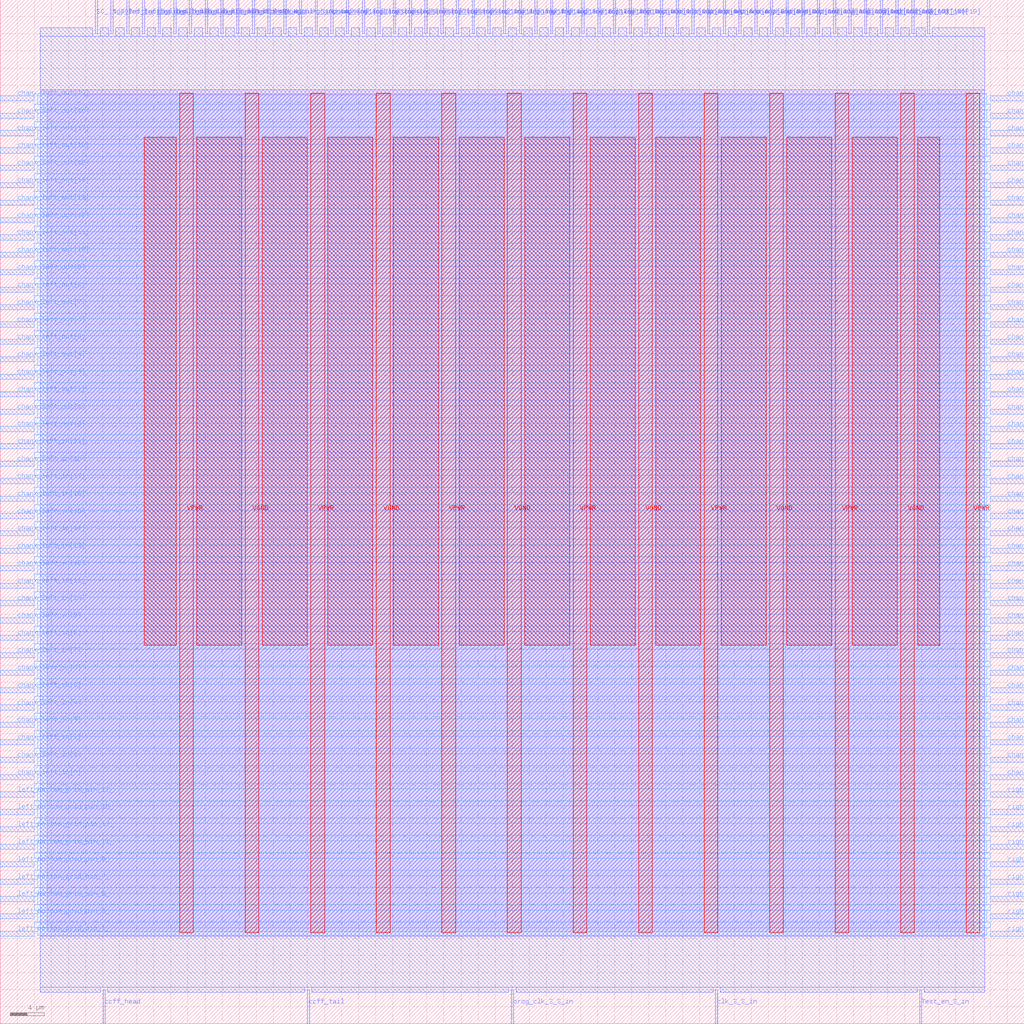
<source format=lef>
VERSION 5.7 ;
  NOWIREEXTENSIONATPIN ON ;
  DIVIDERCHAR "/" ;
  BUSBITCHARS "[]" ;
MACRO sb_1__0_
  CLASS BLOCK ;
  FOREIGN sb_1__0_ ;
  ORIGIN 0.000 0.000 ;
  SIZE 120.000 BY 120.000 ;
  PIN SC_IN_TOP
    DIRECTION INPUT ;
    USE SIGNAL ;
    PORT
      LAYER met2 ;
        RECT 11.130 116.000 11.410 120.000 ;
    END
  END SC_IN_TOP
  PIN SC_OUT_TOP
    DIRECTION OUTPUT TRISTATE ;
    USE SIGNAL ;
    PORT
      LAYER met2 ;
        RECT 108.650 116.000 108.930 120.000 ;
    END
  END SC_OUT_TOP
  PIN Test_en_N_out
    DIRECTION OUTPUT TRISTATE ;
    USE SIGNAL ;
    PORT
      LAYER met2 ;
        RECT 29.530 116.000 29.810 120.000 ;
    END
  END Test_en_N_out
  PIN Test_en_S_in
    DIRECTION INPUT ;
    USE SIGNAL ;
    PORT
      LAYER met2 ;
        RECT 107.730 0.000 108.010 4.000 ;
    END
  END Test_en_S_in
  PIN VGND
    DIRECTION INOUT ;
    USE GROUND ;
    PORT
      LAYER met4 ;
        RECT 28.720 10.640 30.320 109.040 ;
    END
    PORT
      LAYER met4 ;
        RECT 44.080 10.640 45.680 109.040 ;
    END
    PORT
      LAYER met4 ;
        RECT 59.440 10.640 61.040 109.040 ;
    END
    PORT
      LAYER met4 ;
        RECT 74.800 10.640 76.400 109.040 ;
    END
    PORT
      LAYER met4 ;
        RECT 90.160 10.640 91.760 109.040 ;
    END
    PORT
      LAYER met4 ;
        RECT 105.520 10.640 107.120 109.040 ;
    END
  END VGND
  PIN VPWR
    DIRECTION INOUT ;
    USE POWER ;
    PORT
      LAYER met4 ;
        RECT 21.040 10.640 22.640 109.040 ;
    END
    PORT
      LAYER met4 ;
        RECT 36.400 10.640 38.000 109.040 ;
    END
    PORT
      LAYER met4 ;
        RECT 51.760 10.640 53.360 109.040 ;
    END
    PORT
      LAYER met4 ;
        RECT 67.120 10.640 68.720 109.040 ;
    END
    PORT
      LAYER met4 ;
        RECT 82.480 10.640 84.080 109.040 ;
    END
    PORT
      LAYER met4 ;
        RECT 97.840 10.640 99.440 109.040 ;
    END
    PORT
      LAYER met4 ;
        RECT 113.200 10.640 114.800 109.040 ;
    END
  END VPWR
  PIN ccff_head
    DIRECTION INPUT ;
    USE SIGNAL ;
    PORT
      LAYER met2 ;
        RECT 12.050 0.000 12.330 4.000 ;
    END
  END ccff_head
  PIN ccff_tail
    DIRECTION OUTPUT TRISTATE ;
    USE SIGNAL ;
    PORT
      LAYER met2 ;
        RECT 35.970 0.000 36.250 4.000 ;
    END
  END ccff_tail
  PIN chanx_left_in[0]
    DIRECTION INPUT ;
    USE SIGNAL ;
    PORT
      LAYER met3 ;
        RECT 0.000 28.600 4.000 29.200 ;
    END
  END chanx_left_in[0]
  PIN chanx_left_in[10]
    DIRECTION INPUT ;
    USE SIGNAL ;
    PORT
      LAYER met3 ;
        RECT 0.000 49.000 4.000 49.600 ;
    END
  END chanx_left_in[10]
  PIN chanx_left_in[11]
    DIRECTION INPUT ;
    USE SIGNAL ;
    PORT
      LAYER met3 ;
        RECT 0.000 51.040 4.000 51.640 ;
    END
  END chanx_left_in[11]
  PIN chanx_left_in[12]
    DIRECTION INPUT ;
    USE SIGNAL ;
    PORT
      LAYER met3 ;
        RECT 0.000 53.080 4.000 53.680 ;
    END
  END chanx_left_in[12]
  PIN chanx_left_in[13]
    DIRECTION INPUT ;
    USE SIGNAL ;
    PORT
      LAYER met3 ;
        RECT 0.000 55.120 4.000 55.720 ;
    END
  END chanx_left_in[13]
  PIN chanx_left_in[14]
    DIRECTION INPUT ;
    USE SIGNAL ;
    PORT
      LAYER met3 ;
        RECT 0.000 57.160 4.000 57.760 ;
    END
  END chanx_left_in[14]
  PIN chanx_left_in[15]
    DIRECTION INPUT ;
    USE SIGNAL ;
    PORT
      LAYER met3 ;
        RECT 0.000 59.200 4.000 59.800 ;
    END
  END chanx_left_in[15]
  PIN chanx_left_in[16]
    DIRECTION INPUT ;
    USE SIGNAL ;
    PORT
      LAYER met3 ;
        RECT 0.000 61.240 4.000 61.840 ;
    END
  END chanx_left_in[16]
  PIN chanx_left_in[17]
    DIRECTION INPUT ;
    USE SIGNAL ;
    PORT
      LAYER met3 ;
        RECT 0.000 63.280 4.000 63.880 ;
    END
  END chanx_left_in[17]
  PIN chanx_left_in[18]
    DIRECTION INPUT ;
    USE SIGNAL ;
    PORT
      LAYER met3 ;
        RECT 0.000 65.320 4.000 65.920 ;
    END
  END chanx_left_in[18]
  PIN chanx_left_in[19]
    DIRECTION INPUT ;
    USE SIGNAL ;
    PORT
      LAYER met3 ;
        RECT 0.000 67.360 4.000 67.960 ;
    END
  END chanx_left_in[19]
  PIN chanx_left_in[1]
    DIRECTION INPUT ;
    USE SIGNAL ;
    PORT
      LAYER met3 ;
        RECT 0.000 30.640 4.000 31.240 ;
    END
  END chanx_left_in[1]
  PIN chanx_left_in[2]
    DIRECTION INPUT ;
    USE SIGNAL ;
    PORT
      LAYER met3 ;
        RECT 0.000 32.680 4.000 33.280 ;
    END
  END chanx_left_in[2]
  PIN chanx_left_in[3]
    DIRECTION INPUT ;
    USE SIGNAL ;
    PORT
      LAYER met3 ;
        RECT 0.000 34.720 4.000 35.320 ;
    END
  END chanx_left_in[3]
  PIN chanx_left_in[4]
    DIRECTION INPUT ;
    USE SIGNAL ;
    PORT
      LAYER met3 ;
        RECT 0.000 36.760 4.000 37.360 ;
    END
  END chanx_left_in[4]
  PIN chanx_left_in[5]
    DIRECTION INPUT ;
    USE SIGNAL ;
    PORT
      LAYER met3 ;
        RECT 0.000 38.800 4.000 39.400 ;
    END
  END chanx_left_in[5]
  PIN chanx_left_in[6]
    DIRECTION INPUT ;
    USE SIGNAL ;
    PORT
      LAYER met3 ;
        RECT 0.000 40.840 4.000 41.440 ;
    END
  END chanx_left_in[6]
  PIN chanx_left_in[7]
    DIRECTION INPUT ;
    USE SIGNAL ;
    PORT
      LAYER met3 ;
        RECT 0.000 42.880 4.000 43.480 ;
    END
  END chanx_left_in[7]
  PIN chanx_left_in[8]
    DIRECTION INPUT ;
    USE SIGNAL ;
    PORT
      LAYER met3 ;
        RECT 0.000 44.920 4.000 45.520 ;
    END
  END chanx_left_in[8]
  PIN chanx_left_in[9]
    DIRECTION INPUT ;
    USE SIGNAL ;
    PORT
      LAYER met3 ;
        RECT 0.000 46.960 4.000 47.560 ;
    END
  END chanx_left_in[9]
  PIN chanx_left_out[0]
    DIRECTION OUTPUT TRISTATE ;
    USE SIGNAL ;
    PORT
      LAYER met3 ;
        RECT 0.000 69.400 4.000 70.000 ;
    END
  END chanx_left_out[0]
  PIN chanx_left_out[10]
    DIRECTION OUTPUT TRISTATE ;
    USE SIGNAL ;
    PORT
      LAYER met3 ;
        RECT 0.000 89.800 4.000 90.400 ;
    END
  END chanx_left_out[10]
  PIN chanx_left_out[11]
    DIRECTION OUTPUT TRISTATE ;
    USE SIGNAL ;
    PORT
      LAYER met3 ;
        RECT 0.000 91.840 4.000 92.440 ;
    END
  END chanx_left_out[11]
  PIN chanx_left_out[12]
    DIRECTION OUTPUT TRISTATE ;
    USE SIGNAL ;
    PORT
      LAYER met3 ;
        RECT 0.000 93.880 4.000 94.480 ;
    END
  END chanx_left_out[12]
  PIN chanx_left_out[13]
    DIRECTION OUTPUT TRISTATE ;
    USE SIGNAL ;
    PORT
      LAYER met3 ;
        RECT 0.000 95.920 4.000 96.520 ;
    END
  END chanx_left_out[13]
  PIN chanx_left_out[14]
    DIRECTION OUTPUT TRISTATE ;
    USE SIGNAL ;
    PORT
      LAYER met3 ;
        RECT 0.000 97.960 4.000 98.560 ;
    END
  END chanx_left_out[14]
  PIN chanx_left_out[15]
    DIRECTION OUTPUT TRISTATE ;
    USE SIGNAL ;
    PORT
      LAYER met3 ;
        RECT 0.000 100.000 4.000 100.600 ;
    END
  END chanx_left_out[15]
  PIN chanx_left_out[16]
    DIRECTION OUTPUT TRISTATE ;
    USE SIGNAL ;
    PORT
      LAYER met3 ;
        RECT 0.000 102.040 4.000 102.640 ;
    END
  END chanx_left_out[16]
  PIN chanx_left_out[17]
    DIRECTION OUTPUT TRISTATE ;
    USE SIGNAL ;
    PORT
      LAYER met3 ;
        RECT 0.000 104.080 4.000 104.680 ;
    END
  END chanx_left_out[17]
  PIN chanx_left_out[18]
    DIRECTION OUTPUT TRISTATE ;
    USE SIGNAL ;
    PORT
      LAYER met3 ;
        RECT 0.000 106.120 4.000 106.720 ;
    END
  END chanx_left_out[18]
  PIN chanx_left_out[19]
    DIRECTION OUTPUT TRISTATE ;
    USE SIGNAL ;
    PORT
      LAYER met3 ;
        RECT 0.000 108.160 4.000 108.760 ;
    END
  END chanx_left_out[19]
  PIN chanx_left_out[1]
    DIRECTION OUTPUT TRISTATE ;
    USE SIGNAL ;
    PORT
      LAYER met3 ;
        RECT 0.000 71.440 4.000 72.040 ;
    END
  END chanx_left_out[1]
  PIN chanx_left_out[2]
    DIRECTION OUTPUT TRISTATE ;
    USE SIGNAL ;
    PORT
      LAYER met3 ;
        RECT 0.000 73.480 4.000 74.080 ;
    END
  END chanx_left_out[2]
  PIN chanx_left_out[3]
    DIRECTION OUTPUT TRISTATE ;
    USE SIGNAL ;
    PORT
      LAYER met3 ;
        RECT 0.000 75.520 4.000 76.120 ;
    END
  END chanx_left_out[3]
  PIN chanx_left_out[4]
    DIRECTION OUTPUT TRISTATE ;
    USE SIGNAL ;
    PORT
      LAYER met3 ;
        RECT 0.000 77.560 4.000 78.160 ;
    END
  END chanx_left_out[4]
  PIN chanx_left_out[5]
    DIRECTION OUTPUT TRISTATE ;
    USE SIGNAL ;
    PORT
      LAYER met3 ;
        RECT 0.000 79.600 4.000 80.200 ;
    END
  END chanx_left_out[5]
  PIN chanx_left_out[6]
    DIRECTION OUTPUT TRISTATE ;
    USE SIGNAL ;
    PORT
      LAYER met3 ;
        RECT 0.000 81.640 4.000 82.240 ;
    END
  END chanx_left_out[6]
  PIN chanx_left_out[7]
    DIRECTION OUTPUT TRISTATE ;
    USE SIGNAL ;
    PORT
      LAYER met3 ;
        RECT 0.000 83.680 4.000 84.280 ;
    END
  END chanx_left_out[7]
  PIN chanx_left_out[8]
    DIRECTION OUTPUT TRISTATE ;
    USE SIGNAL ;
    PORT
      LAYER met3 ;
        RECT 0.000 85.720 4.000 86.320 ;
    END
  END chanx_left_out[8]
  PIN chanx_left_out[9]
    DIRECTION OUTPUT TRISTATE ;
    USE SIGNAL ;
    PORT
      LAYER met3 ;
        RECT 0.000 87.760 4.000 88.360 ;
    END
  END chanx_left_out[9]
  PIN chanx_right_in[0]
    DIRECTION INPUT ;
    USE SIGNAL ;
    PORT
      LAYER met3 ;
        RECT 116.000 28.600 120.000 29.200 ;
    END
  END chanx_right_in[0]
  PIN chanx_right_in[10]
    DIRECTION INPUT ;
    USE SIGNAL ;
    PORT
      LAYER met3 ;
        RECT 116.000 49.000 120.000 49.600 ;
    END
  END chanx_right_in[10]
  PIN chanx_right_in[11]
    DIRECTION INPUT ;
    USE SIGNAL ;
    PORT
      LAYER met3 ;
        RECT 116.000 51.040 120.000 51.640 ;
    END
  END chanx_right_in[11]
  PIN chanx_right_in[12]
    DIRECTION INPUT ;
    USE SIGNAL ;
    PORT
      LAYER met3 ;
        RECT 116.000 53.080 120.000 53.680 ;
    END
  END chanx_right_in[12]
  PIN chanx_right_in[13]
    DIRECTION INPUT ;
    USE SIGNAL ;
    PORT
      LAYER met3 ;
        RECT 116.000 55.120 120.000 55.720 ;
    END
  END chanx_right_in[13]
  PIN chanx_right_in[14]
    DIRECTION INPUT ;
    USE SIGNAL ;
    PORT
      LAYER met3 ;
        RECT 116.000 57.160 120.000 57.760 ;
    END
  END chanx_right_in[14]
  PIN chanx_right_in[15]
    DIRECTION INPUT ;
    USE SIGNAL ;
    PORT
      LAYER met3 ;
        RECT 116.000 59.200 120.000 59.800 ;
    END
  END chanx_right_in[15]
  PIN chanx_right_in[16]
    DIRECTION INPUT ;
    USE SIGNAL ;
    PORT
      LAYER met3 ;
        RECT 116.000 61.240 120.000 61.840 ;
    END
  END chanx_right_in[16]
  PIN chanx_right_in[17]
    DIRECTION INPUT ;
    USE SIGNAL ;
    PORT
      LAYER met3 ;
        RECT 116.000 63.280 120.000 63.880 ;
    END
  END chanx_right_in[17]
  PIN chanx_right_in[18]
    DIRECTION INPUT ;
    USE SIGNAL ;
    PORT
      LAYER met3 ;
        RECT 116.000 65.320 120.000 65.920 ;
    END
  END chanx_right_in[18]
  PIN chanx_right_in[19]
    DIRECTION INPUT ;
    USE SIGNAL ;
    PORT
      LAYER met3 ;
        RECT 116.000 67.360 120.000 67.960 ;
    END
  END chanx_right_in[19]
  PIN chanx_right_in[1]
    DIRECTION INPUT ;
    USE SIGNAL ;
    PORT
      LAYER met3 ;
        RECT 116.000 30.640 120.000 31.240 ;
    END
  END chanx_right_in[1]
  PIN chanx_right_in[2]
    DIRECTION INPUT ;
    USE SIGNAL ;
    PORT
      LAYER met3 ;
        RECT 116.000 32.680 120.000 33.280 ;
    END
  END chanx_right_in[2]
  PIN chanx_right_in[3]
    DIRECTION INPUT ;
    USE SIGNAL ;
    PORT
      LAYER met3 ;
        RECT 116.000 34.720 120.000 35.320 ;
    END
  END chanx_right_in[3]
  PIN chanx_right_in[4]
    DIRECTION INPUT ;
    USE SIGNAL ;
    PORT
      LAYER met3 ;
        RECT 116.000 36.760 120.000 37.360 ;
    END
  END chanx_right_in[4]
  PIN chanx_right_in[5]
    DIRECTION INPUT ;
    USE SIGNAL ;
    PORT
      LAYER met3 ;
        RECT 116.000 38.800 120.000 39.400 ;
    END
  END chanx_right_in[5]
  PIN chanx_right_in[6]
    DIRECTION INPUT ;
    USE SIGNAL ;
    PORT
      LAYER met3 ;
        RECT 116.000 40.840 120.000 41.440 ;
    END
  END chanx_right_in[6]
  PIN chanx_right_in[7]
    DIRECTION INPUT ;
    USE SIGNAL ;
    PORT
      LAYER met3 ;
        RECT 116.000 42.880 120.000 43.480 ;
    END
  END chanx_right_in[7]
  PIN chanx_right_in[8]
    DIRECTION INPUT ;
    USE SIGNAL ;
    PORT
      LAYER met3 ;
        RECT 116.000 44.920 120.000 45.520 ;
    END
  END chanx_right_in[8]
  PIN chanx_right_in[9]
    DIRECTION INPUT ;
    USE SIGNAL ;
    PORT
      LAYER met3 ;
        RECT 116.000 46.960 120.000 47.560 ;
    END
  END chanx_right_in[9]
  PIN chanx_right_out[0]
    DIRECTION OUTPUT TRISTATE ;
    USE SIGNAL ;
    PORT
      LAYER met3 ;
        RECT 116.000 69.400 120.000 70.000 ;
    END
  END chanx_right_out[0]
  PIN chanx_right_out[10]
    DIRECTION OUTPUT TRISTATE ;
    USE SIGNAL ;
    PORT
      LAYER met3 ;
        RECT 116.000 89.800 120.000 90.400 ;
    END
  END chanx_right_out[10]
  PIN chanx_right_out[11]
    DIRECTION OUTPUT TRISTATE ;
    USE SIGNAL ;
    PORT
      LAYER met3 ;
        RECT 116.000 91.840 120.000 92.440 ;
    END
  END chanx_right_out[11]
  PIN chanx_right_out[12]
    DIRECTION OUTPUT TRISTATE ;
    USE SIGNAL ;
    PORT
      LAYER met3 ;
        RECT 116.000 93.880 120.000 94.480 ;
    END
  END chanx_right_out[12]
  PIN chanx_right_out[13]
    DIRECTION OUTPUT TRISTATE ;
    USE SIGNAL ;
    PORT
      LAYER met3 ;
        RECT 116.000 95.920 120.000 96.520 ;
    END
  END chanx_right_out[13]
  PIN chanx_right_out[14]
    DIRECTION OUTPUT TRISTATE ;
    USE SIGNAL ;
    PORT
      LAYER met3 ;
        RECT 116.000 97.960 120.000 98.560 ;
    END
  END chanx_right_out[14]
  PIN chanx_right_out[15]
    DIRECTION OUTPUT TRISTATE ;
    USE SIGNAL ;
    PORT
      LAYER met3 ;
        RECT 116.000 100.000 120.000 100.600 ;
    END
  END chanx_right_out[15]
  PIN chanx_right_out[16]
    DIRECTION OUTPUT TRISTATE ;
    USE SIGNAL ;
    PORT
      LAYER met3 ;
        RECT 116.000 102.040 120.000 102.640 ;
    END
  END chanx_right_out[16]
  PIN chanx_right_out[17]
    DIRECTION OUTPUT TRISTATE ;
    USE SIGNAL ;
    PORT
      LAYER met3 ;
        RECT 116.000 104.080 120.000 104.680 ;
    END
  END chanx_right_out[17]
  PIN chanx_right_out[18]
    DIRECTION OUTPUT TRISTATE ;
    USE SIGNAL ;
    PORT
      LAYER met3 ;
        RECT 116.000 106.120 120.000 106.720 ;
    END
  END chanx_right_out[18]
  PIN chanx_right_out[19]
    DIRECTION OUTPUT TRISTATE ;
    USE SIGNAL ;
    PORT
      LAYER met3 ;
        RECT 116.000 108.160 120.000 108.760 ;
    END
  END chanx_right_out[19]
  PIN chanx_right_out[1]
    DIRECTION OUTPUT TRISTATE ;
    USE SIGNAL ;
    PORT
      LAYER met3 ;
        RECT 116.000 71.440 120.000 72.040 ;
    END
  END chanx_right_out[1]
  PIN chanx_right_out[2]
    DIRECTION OUTPUT TRISTATE ;
    USE SIGNAL ;
    PORT
      LAYER met3 ;
        RECT 116.000 73.480 120.000 74.080 ;
    END
  END chanx_right_out[2]
  PIN chanx_right_out[3]
    DIRECTION OUTPUT TRISTATE ;
    USE SIGNAL ;
    PORT
      LAYER met3 ;
        RECT 116.000 75.520 120.000 76.120 ;
    END
  END chanx_right_out[3]
  PIN chanx_right_out[4]
    DIRECTION OUTPUT TRISTATE ;
    USE SIGNAL ;
    PORT
      LAYER met3 ;
        RECT 116.000 77.560 120.000 78.160 ;
    END
  END chanx_right_out[4]
  PIN chanx_right_out[5]
    DIRECTION OUTPUT TRISTATE ;
    USE SIGNAL ;
    PORT
      LAYER met3 ;
        RECT 116.000 79.600 120.000 80.200 ;
    END
  END chanx_right_out[5]
  PIN chanx_right_out[6]
    DIRECTION OUTPUT TRISTATE ;
    USE SIGNAL ;
    PORT
      LAYER met3 ;
        RECT 116.000 81.640 120.000 82.240 ;
    END
  END chanx_right_out[6]
  PIN chanx_right_out[7]
    DIRECTION OUTPUT TRISTATE ;
    USE SIGNAL ;
    PORT
      LAYER met3 ;
        RECT 116.000 83.680 120.000 84.280 ;
    END
  END chanx_right_out[7]
  PIN chanx_right_out[8]
    DIRECTION OUTPUT TRISTATE ;
    USE SIGNAL ;
    PORT
      LAYER met3 ;
        RECT 116.000 85.720 120.000 86.320 ;
    END
  END chanx_right_out[8]
  PIN chanx_right_out[9]
    DIRECTION OUTPUT TRISTATE ;
    USE SIGNAL ;
    PORT
      LAYER met3 ;
        RECT 116.000 87.760 120.000 88.360 ;
    END
  END chanx_right_out[9]
  PIN chany_top_in[0]
    DIRECTION INPUT ;
    USE SIGNAL ;
    PORT
      LAYER met2 ;
        RECT 35.050 116.000 35.330 120.000 ;
    END
  END chany_top_in[0]
  PIN chany_top_in[10]
    DIRECTION INPUT ;
    USE SIGNAL ;
    PORT
      LAYER met2 ;
        RECT 53.450 116.000 53.730 120.000 ;
    END
  END chany_top_in[10]
  PIN chany_top_in[11]
    DIRECTION INPUT ;
    USE SIGNAL ;
    PORT
      LAYER met2 ;
        RECT 55.290 116.000 55.570 120.000 ;
    END
  END chany_top_in[11]
  PIN chany_top_in[12]
    DIRECTION INPUT ;
    USE SIGNAL ;
    PORT
      LAYER met2 ;
        RECT 57.130 116.000 57.410 120.000 ;
    END
  END chany_top_in[12]
  PIN chany_top_in[13]
    DIRECTION INPUT ;
    USE SIGNAL ;
    PORT
      LAYER met2 ;
        RECT 58.970 116.000 59.250 120.000 ;
    END
  END chany_top_in[13]
  PIN chany_top_in[14]
    DIRECTION INPUT ;
    USE SIGNAL ;
    PORT
      LAYER met2 ;
        RECT 60.810 116.000 61.090 120.000 ;
    END
  END chany_top_in[14]
  PIN chany_top_in[15]
    DIRECTION INPUT ;
    USE SIGNAL ;
    PORT
      LAYER met2 ;
        RECT 62.650 116.000 62.930 120.000 ;
    END
  END chany_top_in[15]
  PIN chany_top_in[16]
    DIRECTION INPUT ;
    USE SIGNAL ;
    PORT
      LAYER met2 ;
        RECT 64.490 116.000 64.770 120.000 ;
    END
  END chany_top_in[16]
  PIN chany_top_in[17]
    DIRECTION INPUT ;
    USE SIGNAL ;
    PORT
      LAYER met2 ;
        RECT 66.330 116.000 66.610 120.000 ;
    END
  END chany_top_in[17]
  PIN chany_top_in[18]
    DIRECTION INPUT ;
    USE SIGNAL ;
    PORT
      LAYER met2 ;
        RECT 68.170 116.000 68.450 120.000 ;
    END
  END chany_top_in[18]
  PIN chany_top_in[19]
    DIRECTION INPUT ;
    USE SIGNAL ;
    PORT
      LAYER met2 ;
        RECT 70.010 116.000 70.290 120.000 ;
    END
  END chany_top_in[19]
  PIN chany_top_in[1]
    DIRECTION INPUT ;
    USE SIGNAL ;
    PORT
      LAYER met2 ;
        RECT 36.890 116.000 37.170 120.000 ;
    END
  END chany_top_in[1]
  PIN chany_top_in[2]
    DIRECTION INPUT ;
    USE SIGNAL ;
    PORT
      LAYER met2 ;
        RECT 38.730 116.000 39.010 120.000 ;
    END
  END chany_top_in[2]
  PIN chany_top_in[3]
    DIRECTION INPUT ;
    USE SIGNAL ;
    PORT
      LAYER met2 ;
        RECT 40.570 116.000 40.850 120.000 ;
    END
  END chany_top_in[3]
  PIN chany_top_in[4]
    DIRECTION INPUT ;
    USE SIGNAL ;
    PORT
      LAYER met2 ;
        RECT 42.410 116.000 42.690 120.000 ;
    END
  END chany_top_in[4]
  PIN chany_top_in[5]
    DIRECTION INPUT ;
    USE SIGNAL ;
    PORT
      LAYER met2 ;
        RECT 44.250 116.000 44.530 120.000 ;
    END
  END chany_top_in[5]
  PIN chany_top_in[6]
    DIRECTION INPUT ;
    USE SIGNAL ;
    PORT
      LAYER met2 ;
        RECT 46.090 116.000 46.370 120.000 ;
    END
  END chany_top_in[6]
  PIN chany_top_in[7]
    DIRECTION INPUT ;
    USE SIGNAL ;
    PORT
      LAYER met2 ;
        RECT 47.930 116.000 48.210 120.000 ;
    END
  END chany_top_in[7]
  PIN chany_top_in[8]
    DIRECTION INPUT ;
    USE SIGNAL ;
    PORT
      LAYER met2 ;
        RECT 49.770 116.000 50.050 120.000 ;
    END
  END chany_top_in[8]
  PIN chany_top_in[9]
    DIRECTION INPUT ;
    USE SIGNAL ;
    PORT
      LAYER met2 ;
        RECT 51.610 116.000 51.890 120.000 ;
    END
  END chany_top_in[9]
  PIN chany_top_out[0]
    DIRECTION OUTPUT TRISTATE ;
    USE SIGNAL ;
    PORT
      LAYER met2 ;
        RECT 71.850 116.000 72.130 120.000 ;
    END
  END chany_top_out[0]
  PIN chany_top_out[10]
    DIRECTION OUTPUT TRISTATE ;
    USE SIGNAL ;
    PORT
      LAYER met2 ;
        RECT 90.250 116.000 90.530 120.000 ;
    END
  END chany_top_out[10]
  PIN chany_top_out[11]
    DIRECTION OUTPUT TRISTATE ;
    USE SIGNAL ;
    PORT
      LAYER met2 ;
        RECT 92.090 116.000 92.370 120.000 ;
    END
  END chany_top_out[11]
  PIN chany_top_out[12]
    DIRECTION OUTPUT TRISTATE ;
    USE SIGNAL ;
    PORT
      LAYER met2 ;
        RECT 93.930 116.000 94.210 120.000 ;
    END
  END chany_top_out[12]
  PIN chany_top_out[13]
    DIRECTION OUTPUT TRISTATE ;
    USE SIGNAL ;
    PORT
      LAYER met2 ;
        RECT 95.770 116.000 96.050 120.000 ;
    END
  END chany_top_out[13]
  PIN chany_top_out[14]
    DIRECTION OUTPUT TRISTATE ;
    USE SIGNAL ;
    PORT
      LAYER met2 ;
        RECT 97.610 116.000 97.890 120.000 ;
    END
  END chany_top_out[14]
  PIN chany_top_out[15]
    DIRECTION OUTPUT TRISTATE ;
    USE SIGNAL ;
    PORT
      LAYER met2 ;
        RECT 99.450 116.000 99.730 120.000 ;
    END
  END chany_top_out[15]
  PIN chany_top_out[16]
    DIRECTION OUTPUT TRISTATE ;
    USE SIGNAL ;
    PORT
      LAYER met2 ;
        RECT 101.290 116.000 101.570 120.000 ;
    END
  END chany_top_out[16]
  PIN chany_top_out[17]
    DIRECTION OUTPUT TRISTATE ;
    USE SIGNAL ;
    PORT
      LAYER met2 ;
        RECT 103.130 116.000 103.410 120.000 ;
    END
  END chany_top_out[17]
  PIN chany_top_out[18]
    DIRECTION OUTPUT TRISTATE ;
    USE SIGNAL ;
    PORT
      LAYER met2 ;
        RECT 104.970 116.000 105.250 120.000 ;
    END
  END chany_top_out[18]
  PIN chany_top_out[19]
    DIRECTION OUTPUT TRISTATE ;
    USE SIGNAL ;
    PORT
      LAYER met2 ;
        RECT 106.810 116.000 107.090 120.000 ;
    END
  END chany_top_out[19]
  PIN chany_top_out[1]
    DIRECTION OUTPUT TRISTATE ;
    USE SIGNAL ;
    PORT
      LAYER met2 ;
        RECT 73.690 116.000 73.970 120.000 ;
    END
  END chany_top_out[1]
  PIN chany_top_out[2]
    DIRECTION OUTPUT TRISTATE ;
    USE SIGNAL ;
    PORT
      LAYER met2 ;
        RECT 75.530 116.000 75.810 120.000 ;
    END
  END chany_top_out[2]
  PIN chany_top_out[3]
    DIRECTION OUTPUT TRISTATE ;
    USE SIGNAL ;
    PORT
      LAYER met2 ;
        RECT 77.370 116.000 77.650 120.000 ;
    END
  END chany_top_out[3]
  PIN chany_top_out[4]
    DIRECTION OUTPUT TRISTATE ;
    USE SIGNAL ;
    PORT
      LAYER met2 ;
        RECT 79.210 116.000 79.490 120.000 ;
    END
  END chany_top_out[4]
  PIN chany_top_out[5]
    DIRECTION OUTPUT TRISTATE ;
    USE SIGNAL ;
    PORT
      LAYER met2 ;
        RECT 81.050 116.000 81.330 120.000 ;
    END
  END chany_top_out[5]
  PIN chany_top_out[6]
    DIRECTION OUTPUT TRISTATE ;
    USE SIGNAL ;
    PORT
      LAYER met2 ;
        RECT 82.890 116.000 83.170 120.000 ;
    END
  END chany_top_out[6]
  PIN chany_top_out[7]
    DIRECTION OUTPUT TRISTATE ;
    USE SIGNAL ;
    PORT
      LAYER met2 ;
        RECT 84.730 116.000 85.010 120.000 ;
    END
  END chany_top_out[7]
  PIN chany_top_out[8]
    DIRECTION OUTPUT TRISTATE ;
    USE SIGNAL ;
    PORT
      LAYER met2 ;
        RECT 86.570 116.000 86.850 120.000 ;
    END
  END chany_top_out[8]
  PIN chany_top_out[9]
    DIRECTION OUTPUT TRISTATE ;
    USE SIGNAL ;
    PORT
      LAYER met2 ;
        RECT 88.410 116.000 88.690 120.000 ;
    END
  END chany_top_out[9]
  PIN clk_3_N_out
    DIRECTION OUTPUT TRISTATE ;
    USE SIGNAL ;
    PORT
      LAYER met2 ;
        RECT 31.370 116.000 31.650 120.000 ;
    END
  END clk_3_N_out
  PIN clk_3_S_in
    DIRECTION INPUT ;
    USE SIGNAL ;
    PORT
      LAYER met2 ;
        RECT 83.810 0.000 84.090 4.000 ;
    END
  END clk_3_S_in
  PIN left_bottom_grid_pin_11_
    DIRECTION INPUT ;
    USE SIGNAL ;
    PORT
      LAYER met3 ;
        RECT 0.000 20.440 4.000 21.040 ;
    END
  END left_bottom_grid_pin_11_
  PIN left_bottom_grid_pin_13_
    DIRECTION INPUT ;
    USE SIGNAL ;
    PORT
      LAYER met3 ;
        RECT 0.000 22.480 4.000 23.080 ;
    END
  END left_bottom_grid_pin_13_
  PIN left_bottom_grid_pin_15_
    DIRECTION INPUT ;
    USE SIGNAL ;
    PORT
      LAYER met3 ;
        RECT 0.000 24.520 4.000 25.120 ;
    END
  END left_bottom_grid_pin_15_
  PIN left_bottom_grid_pin_17_
    DIRECTION INPUT ;
    USE SIGNAL ;
    PORT
      LAYER met3 ;
        RECT 0.000 26.560 4.000 27.160 ;
    END
  END left_bottom_grid_pin_17_
  PIN left_bottom_grid_pin_1_
    DIRECTION INPUT ;
    USE SIGNAL ;
    PORT
      LAYER met3 ;
        RECT 0.000 10.240 4.000 10.840 ;
    END
  END left_bottom_grid_pin_1_
  PIN left_bottom_grid_pin_3_
    DIRECTION INPUT ;
    USE SIGNAL ;
    PORT
      LAYER met3 ;
        RECT 0.000 12.280 4.000 12.880 ;
    END
  END left_bottom_grid_pin_3_
  PIN left_bottom_grid_pin_5_
    DIRECTION INPUT ;
    USE SIGNAL ;
    PORT
      LAYER met3 ;
        RECT 0.000 14.320 4.000 14.920 ;
    END
  END left_bottom_grid_pin_5_
  PIN left_bottom_grid_pin_7_
    DIRECTION INPUT ;
    USE SIGNAL ;
    PORT
      LAYER met3 ;
        RECT 0.000 16.360 4.000 16.960 ;
    END
  END left_bottom_grid_pin_7_
  PIN left_bottom_grid_pin_9_
    DIRECTION INPUT ;
    USE SIGNAL ;
    PORT
      LAYER met3 ;
        RECT 0.000 18.400 4.000 19.000 ;
    END
  END left_bottom_grid_pin_9_
  PIN prog_clk_0_N_in
    DIRECTION INPUT ;
    USE SIGNAL ;
    PORT
      LAYER met2 ;
        RECT 27.690 116.000 27.970 120.000 ;
    END
  END prog_clk_0_N_in
  PIN prog_clk_3_N_out
    DIRECTION OUTPUT TRISTATE ;
    USE SIGNAL ;
    PORT
      LAYER met2 ;
        RECT 33.210 116.000 33.490 120.000 ;
    END
  END prog_clk_3_N_out
  PIN prog_clk_3_S_in
    DIRECTION INPUT ;
    USE SIGNAL ;
    PORT
      LAYER met2 ;
        RECT 59.890 0.000 60.170 4.000 ;
    END
  END prog_clk_3_S_in
  PIN right_bottom_grid_pin_11_
    DIRECTION INPUT ;
    USE SIGNAL ;
    PORT
      LAYER met3 ;
        RECT 116.000 20.440 120.000 21.040 ;
    END
  END right_bottom_grid_pin_11_
  PIN right_bottom_grid_pin_13_
    DIRECTION INPUT ;
    USE SIGNAL ;
    PORT
      LAYER met3 ;
        RECT 116.000 22.480 120.000 23.080 ;
    END
  END right_bottom_grid_pin_13_
  PIN right_bottom_grid_pin_15_
    DIRECTION INPUT ;
    USE SIGNAL ;
    PORT
      LAYER met3 ;
        RECT 116.000 24.520 120.000 25.120 ;
    END
  END right_bottom_grid_pin_15_
  PIN right_bottom_grid_pin_17_
    DIRECTION INPUT ;
    USE SIGNAL ;
    PORT
      LAYER met3 ;
        RECT 116.000 26.560 120.000 27.160 ;
    END
  END right_bottom_grid_pin_17_
  PIN right_bottom_grid_pin_1_
    DIRECTION INPUT ;
    USE SIGNAL ;
    PORT
      LAYER met3 ;
        RECT 116.000 10.240 120.000 10.840 ;
    END
  END right_bottom_grid_pin_1_
  PIN right_bottom_grid_pin_3_
    DIRECTION INPUT ;
    USE SIGNAL ;
    PORT
      LAYER met3 ;
        RECT 116.000 12.280 120.000 12.880 ;
    END
  END right_bottom_grid_pin_3_
  PIN right_bottom_grid_pin_5_
    DIRECTION INPUT ;
    USE SIGNAL ;
    PORT
      LAYER met3 ;
        RECT 116.000 14.320 120.000 14.920 ;
    END
  END right_bottom_grid_pin_5_
  PIN right_bottom_grid_pin_7_
    DIRECTION INPUT ;
    USE SIGNAL ;
    PORT
      LAYER met3 ;
        RECT 116.000 16.360 120.000 16.960 ;
    END
  END right_bottom_grid_pin_7_
  PIN right_bottom_grid_pin_9_
    DIRECTION INPUT ;
    USE SIGNAL ;
    PORT
      LAYER met3 ;
        RECT 116.000 18.400 120.000 19.000 ;
    END
  END right_bottom_grid_pin_9_
  PIN top_left_grid_pin_42_
    DIRECTION INPUT ;
    USE SIGNAL ;
    PORT
      LAYER met2 ;
        RECT 12.970 116.000 13.250 120.000 ;
    END
  END top_left_grid_pin_42_
  PIN top_left_grid_pin_43_
    DIRECTION INPUT ;
    USE SIGNAL ;
    PORT
      LAYER met2 ;
        RECT 14.810 116.000 15.090 120.000 ;
    END
  END top_left_grid_pin_43_
  PIN top_left_grid_pin_44_
    DIRECTION INPUT ;
    USE SIGNAL ;
    PORT
      LAYER met2 ;
        RECT 16.650 116.000 16.930 120.000 ;
    END
  END top_left_grid_pin_44_
  PIN top_left_grid_pin_45_
    DIRECTION INPUT ;
    USE SIGNAL ;
    PORT
      LAYER met2 ;
        RECT 18.490 116.000 18.770 120.000 ;
    END
  END top_left_grid_pin_45_
  PIN top_left_grid_pin_46_
    DIRECTION INPUT ;
    USE SIGNAL ;
    PORT
      LAYER met2 ;
        RECT 20.330 116.000 20.610 120.000 ;
    END
  END top_left_grid_pin_46_
  PIN top_left_grid_pin_47_
    DIRECTION INPUT ;
    USE SIGNAL ;
    PORT
      LAYER met2 ;
        RECT 22.170 116.000 22.450 120.000 ;
    END
  END top_left_grid_pin_47_
  PIN top_left_grid_pin_48_
    DIRECTION INPUT ;
    USE SIGNAL ;
    PORT
      LAYER met2 ;
        RECT 24.010 116.000 24.290 120.000 ;
    END
  END top_left_grid_pin_48_
  PIN top_left_grid_pin_49_
    DIRECTION INPUT ;
    USE SIGNAL ;
    PORT
      LAYER met2 ;
        RECT 25.850 116.000 26.130 120.000 ;
    END
  END top_left_grid_pin_49_
  OBS
      LAYER li1 ;
        RECT 5.520 10.795 114.080 108.885 ;
      LAYER met1 ;
        RECT 4.670 10.240 115.390 109.440 ;
      LAYER met2 ;
        RECT 4.690 115.720 10.850 116.690 ;
        RECT 11.690 115.720 12.690 116.690 ;
        RECT 13.530 115.720 14.530 116.690 ;
        RECT 15.370 115.720 16.370 116.690 ;
        RECT 17.210 115.720 18.210 116.690 ;
        RECT 19.050 115.720 20.050 116.690 ;
        RECT 20.890 115.720 21.890 116.690 ;
        RECT 22.730 115.720 23.730 116.690 ;
        RECT 24.570 115.720 25.570 116.690 ;
        RECT 26.410 115.720 27.410 116.690 ;
        RECT 28.250 115.720 29.250 116.690 ;
        RECT 30.090 115.720 31.090 116.690 ;
        RECT 31.930 115.720 32.930 116.690 ;
        RECT 33.770 115.720 34.770 116.690 ;
        RECT 35.610 115.720 36.610 116.690 ;
        RECT 37.450 115.720 38.450 116.690 ;
        RECT 39.290 115.720 40.290 116.690 ;
        RECT 41.130 115.720 42.130 116.690 ;
        RECT 42.970 115.720 43.970 116.690 ;
        RECT 44.810 115.720 45.810 116.690 ;
        RECT 46.650 115.720 47.650 116.690 ;
        RECT 48.490 115.720 49.490 116.690 ;
        RECT 50.330 115.720 51.330 116.690 ;
        RECT 52.170 115.720 53.170 116.690 ;
        RECT 54.010 115.720 55.010 116.690 ;
        RECT 55.850 115.720 56.850 116.690 ;
        RECT 57.690 115.720 58.690 116.690 ;
        RECT 59.530 115.720 60.530 116.690 ;
        RECT 61.370 115.720 62.370 116.690 ;
        RECT 63.210 115.720 64.210 116.690 ;
        RECT 65.050 115.720 66.050 116.690 ;
        RECT 66.890 115.720 67.890 116.690 ;
        RECT 68.730 115.720 69.730 116.690 ;
        RECT 70.570 115.720 71.570 116.690 ;
        RECT 72.410 115.720 73.410 116.690 ;
        RECT 74.250 115.720 75.250 116.690 ;
        RECT 76.090 115.720 77.090 116.690 ;
        RECT 77.930 115.720 78.930 116.690 ;
        RECT 79.770 115.720 80.770 116.690 ;
        RECT 81.610 115.720 82.610 116.690 ;
        RECT 83.450 115.720 84.450 116.690 ;
        RECT 85.290 115.720 86.290 116.690 ;
        RECT 87.130 115.720 88.130 116.690 ;
        RECT 88.970 115.720 89.970 116.690 ;
        RECT 90.810 115.720 91.810 116.690 ;
        RECT 92.650 115.720 93.650 116.690 ;
        RECT 94.490 115.720 95.490 116.690 ;
        RECT 96.330 115.720 97.330 116.690 ;
        RECT 98.170 115.720 99.170 116.690 ;
        RECT 100.010 115.720 101.010 116.690 ;
        RECT 101.850 115.720 102.850 116.690 ;
        RECT 103.690 115.720 104.690 116.690 ;
        RECT 105.530 115.720 106.530 116.690 ;
        RECT 107.370 115.720 108.370 116.690 ;
        RECT 109.210 115.720 115.370 116.690 ;
        RECT 4.690 4.280 115.370 115.720 ;
        RECT 4.690 3.670 11.770 4.280 ;
        RECT 12.610 3.670 35.690 4.280 ;
        RECT 36.530 3.670 59.610 4.280 ;
        RECT 60.450 3.670 83.530 4.280 ;
        RECT 84.370 3.670 107.450 4.280 ;
        RECT 108.290 3.670 115.370 4.280 ;
      LAYER met3 ;
        RECT 4.400 107.760 115.600 108.965 ;
        RECT 4.000 107.120 116.000 107.760 ;
        RECT 4.400 105.720 115.600 107.120 ;
        RECT 4.000 105.080 116.000 105.720 ;
        RECT 4.400 103.680 115.600 105.080 ;
        RECT 4.000 103.040 116.000 103.680 ;
        RECT 4.400 101.640 115.600 103.040 ;
        RECT 4.000 101.000 116.000 101.640 ;
        RECT 4.400 99.600 115.600 101.000 ;
        RECT 4.000 98.960 116.000 99.600 ;
        RECT 4.400 97.560 115.600 98.960 ;
        RECT 4.000 96.920 116.000 97.560 ;
        RECT 4.400 95.520 115.600 96.920 ;
        RECT 4.000 94.880 116.000 95.520 ;
        RECT 4.400 93.480 115.600 94.880 ;
        RECT 4.000 92.840 116.000 93.480 ;
        RECT 4.400 91.440 115.600 92.840 ;
        RECT 4.000 90.800 116.000 91.440 ;
        RECT 4.400 89.400 115.600 90.800 ;
        RECT 4.000 88.760 116.000 89.400 ;
        RECT 4.400 87.360 115.600 88.760 ;
        RECT 4.000 86.720 116.000 87.360 ;
        RECT 4.400 85.320 115.600 86.720 ;
        RECT 4.000 84.680 116.000 85.320 ;
        RECT 4.400 83.280 115.600 84.680 ;
        RECT 4.000 82.640 116.000 83.280 ;
        RECT 4.400 81.240 115.600 82.640 ;
        RECT 4.000 80.600 116.000 81.240 ;
        RECT 4.400 79.200 115.600 80.600 ;
        RECT 4.000 78.560 116.000 79.200 ;
        RECT 4.400 77.160 115.600 78.560 ;
        RECT 4.000 76.520 116.000 77.160 ;
        RECT 4.400 75.120 115.600 76.520 ;
        RECT 4.000 74.480 116.000 75.120 ;
        RECT 4.400 73.080 115.600 74.480 ;
        RECT 4.000 72.440 116.000 73.080 ;
        RECT 4.400 71.040 115.600 72.440 ;
        RECT 4.000 70.400 116.000 71.040 ;
        RECT 4.400 69.000 115.600 70.400 ;
        RECT 4.000 68.360 116.000 69.000 ;
        RECT 4.400 66.960 115.600 68.360 ;
        RECT 4.000 66.320 116.000 66.960 ;
        RECT 4.400 64.920 115.600 66.320 ;
        RECT 4.000 64.280 116.000 64.920 ;
        RECT 4.400 62.880 115.600 64.280 ;
        RECT 4.000 62.240 116.000 62.880 ;
        RECT 4.400 60.840 115.600 62.240 ;
        RECT 4.000 60.200 116.000 60.840 ;
        RECT 4.400 58.800 115.600 60.200 ;
        RECT 4.000 58.160 116.000 58.800 ;
        RECT 4.400 56.760 115.600 58.160 ;
        RECT 4.000 56.120 116.000 56.760 ;
        RECT 4.400 54.720 115.600 56.120 ;
        RECT 4.000 54.080 116.000 54.720 ;
        RECT 4.400 52.680 115.600 54.080 ;
        RECT 4.000 52.040 116.000 52.680 ;
        RECT 4.400 50.640 115.600 52.040 ;
        RECT 4.000 50.000 116.000 50.640 ;
        RECT 4.400 48.600 115.600 50.000 ;
        RECT 4.000 47.960 116.000 48.600 ;
        RECT 4.400 46.560 115.600 47.960 ;
        RECT 4.000 45.920 116.000 46.560 ;
        RECT 4.400 44.520 115.600 45.920 ;
        RECT 4.000 43.880 116.000 44.520 ;
        RECT 4.400 42.480 115.600 43.880 ;
        RECT 4.000 41.840 116.000 42.480 ;
        RECT 4.400 40.440 115.600 41.840 ;
        RECT 4.000 39.800 116.000 40.440 ;
        RECT 4.400 38.400 115.600 39.800 ;
        RECT 4.000 37.760 116.000 38.400 ;
        RECT 4.400 36.360 115.600 37.760 ;
        RECT 4.000 35.720 116.000 36.360 ;
        RECT 4.400 34.320 115.600 35.720 ;
        RECT 4.000 33.680 116.000 34.320 ;
        RECT 4.400 32.280 115.600 33.680 ;
        RECT 4.000 31.640 116.000 32.280 ;
        RECT 4.400 30.240 115.600 31.640 ;
        RECT 4.000 29.600 116.000 30.240 ;
        RECT 4.400 28.200 115.600 29.600 ;
        RECT 4.000 27.560 116.000 28.200 ;
        RECT 4.400 26.160 115.600 27.560 ;
        RECT 4.000 25.520 116.000 26.160 ;
        RECT 4.400 24.120 115.600 25.520 ;
        RECT 4.000 23.480 116.000 24.120 ;
        RECT 4.400 22.080 115.600 23.480 ;
        RECT 4.000 21.440 116.000 22.080 ;
        RECT 4.400 20.040 115.600 21.440 ;
        RECT 4.000 19.400 116.000 20.040 ;
        RECT 4.400 18.000 115.600 19.400 ;
        RECT 4.000 17.360 116.000 18.000 ;
        RECT 4.400 15.960 115.600 17.360 ;
        RECT 4.000 15.320 116.000 15.960 ;
        RECT 4.400 13.920 115.600 15.320 ;
        RECT 4.000 13.280 116.000 13.920 ;
        RECT 4.400 11.880 115.600 13.280 ;
        RECT 4.000 11.240 116.000 11.880 ;
        RECT 4.400 10.375 115.600 11.240 ;
      LAYER met4 ;
        RECT 16.855 44.375 20.640 103.865 ;
        RECT 23.040 44.375 28.320 103.865 ;
        RECT 30.720 44.375 36.000 103.865 ;
        RECT 38.400 44.375 43.680 103.865 ;
        RECT 46.080 44.375 51.360 103.865 ;
        RECT 53.760 44.375 59.040 103.865 ;
        RECT 61.440 44.375 66.720 103.865 ;
        RECT 69.120 44.375 74.400 103.865 ;
        RECT 76.800 44.375 82.080 103.865 ;
        RECT 84.480 44.375 89.760 103.865 ;
        RECT 92.160 44.375 97.440 103.865 ;
        RECT 99.840 44.375 105.120 103.865 ;
        RECT 107.520 44.375 110.105 103.865 ;
  END
END sb_1__0_
END LIBRARY


</source>
